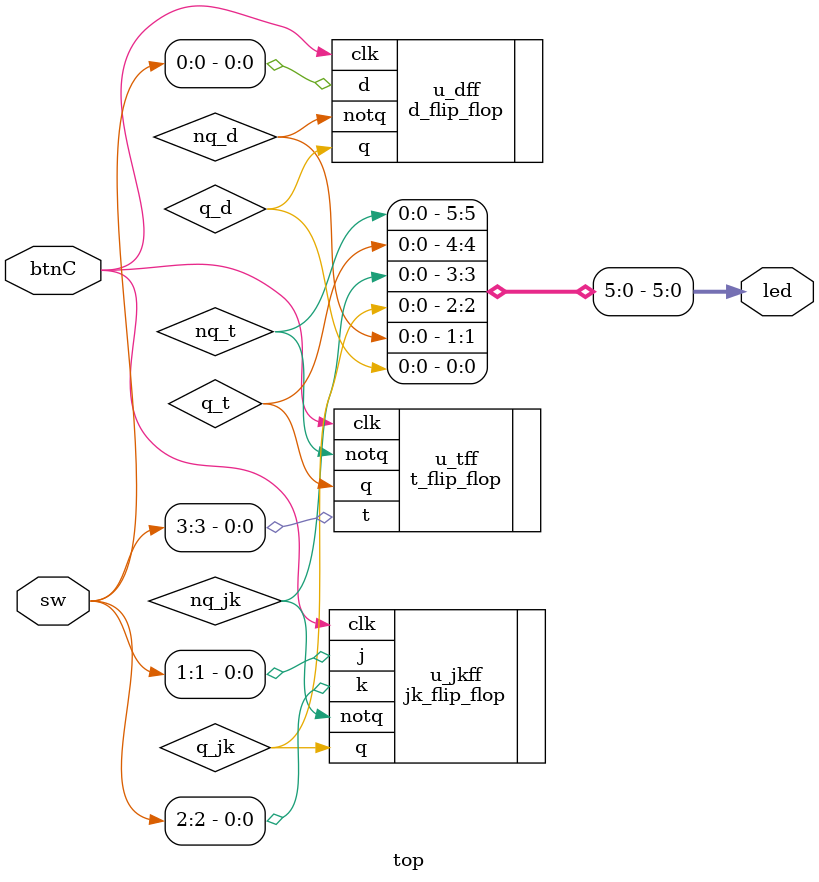
<source format=v>
`timescale 1ns / 1ps


module top(
    input wire [15:0] sw,
    input wire btnC,
    output wire [15:0] led
    );
    
    wire q_d;
    wire nq_d;
    d_flip_flop u_dff(
        .clk (btnC),
        .d   (sw[0]),
        .q   (q_d),
        .notq(nq_d)
    );
    
    wire q_jk;
    wire nq_jk;
    jk_flip_flop u_jkff (
        .clk (btnC),
        .j   (sw[1]),
        .k   (sw[2]),
        .q   (q_jk),
        .notq(nq_jk)
    );
    
    wire q_t;
    wire nq_t;
    t_flip_flop u_tff (
        .clk (btnC),
        .t   (sw[3]),
        .q   (q_t),
        .notq(nq_t)
    );

    assign led[0] = q_d;
    assign led[1] = nq_d;
    assign led[2] = q_jk;
    assign led[3] = nq_jk;
    assign led[4] = q_t;
    assign led[5] = nq_t;
endmodule

</source>
